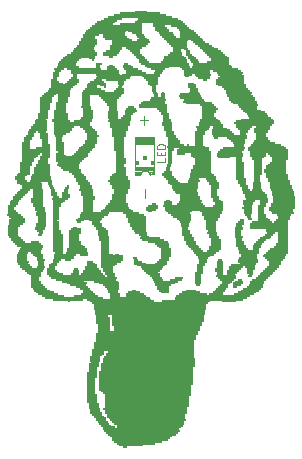
<source format=gbr>
G04 EAGLE Gerber RS-274X export*
G75*
%MOMM*%
%FSLAX34Y34*%
%LPD*%
%INSilkscreen Top*%
%IPPOS*%
%AMOC8*
5,1,8,0,0,1.08239X$1,22.5*%
G01*
%ADD10R,0.457200X0.152400*%
%ADD11R,2.133600X0.152400*%
%ADD12R,3.200400X0.152400*%
%ADD13R,4.114800X0.152400*%
%ADD14R,4.724400X0.152400*%
%ADD15R,5.029200X0.152400*%
%ADD16R,5.334000X0.152400*%
%ADD17R,5.791200X0.152400*%
%ADD18R,6.096000X0.152400*%
%ADD19R,6.400800X0.152400*%
%ADD20R,6.553200X0.152400*%
%ADD21R,1.066800X0.152400*%
%ADD22R,5.486400X0.152400*%
%ADD23R,0.914400X0.152400*%
%ADD24R,5.638800X0.152400*%
%ADD25R,5.943600X0.152400*%
%ADD26R,6.705600X0.152400*%
%ADD27R,7.010400X0.152400*%
%ADD28R,7.162800X0.152400*%
%ADD29R,7.315200X0.152400*%
%ADD30R,0.762000X0.152400*%
%ADD31R,7.467600X0.152400*%
%ADD32R,7.620000X0.152400*%
%ADD33R,7.772400X0.152400*%
%ADD34R,7.924800X0.152400*%
%ADD35R,8.686800X0.152400*%
%ADD36R,8.534400X0.152400*%
%ADD37R,8.382000X0.152400*%
%ADD38R,1.219200X0.152400*%
%ADD39R,9.296400X0.152400*%
%ADD40R,9.601200X0.152400*%
%ADD41R,9.906000X0.152400*%
%ADD42R,0.152400X0.152400*%
%ADD43R,2.590800X0.152400*%
%ADD44R,4.876800X0.152400*%
%ADD45R,3.352800X0.152400*%
%ADD46R,1.981200X0.152400*%
%ADD47R,1.676400X0.152400*%
%ADD48R,6.248400X0.152400*%
%ADD49R,1.524000X0.152400*%
%ADD50R,2.438400X0.152400*%
%ADD51R,1.371600X0.152400*%
%ADD52R,0.304800X0.152400*%
%ADD53R,0.609600X0.152400*%
%ADD54R,5.181600X0.152400*%
%ADD55R,1.828800X0.152400*%
%ADD56R,2.286000X0.152400*%
%ADD57R,2.743200X0.152400*%
%ADD58R,3.657600X0.152400*%
%ADD59R,2.895600X0.152400*%
%ADD60R,3.048000X0.152400*%
%ADD61R,3.505200X0.152400*%
%ADD62R,3.810000X0.152400*%
%ADD63R,4.572000X0.152400*%
%ADD64R,4.419600X0.152400*%
%ADD65R,4.267200X0.152400*%
%ADD66C,0.101600*%
%ADD67R,0.500000X0.125000*%
%ADD68R,0.225000X0.325000*%
%ADD69R,0.125000X0.225000*%
%ADD70R,0.425000X0.125000*%
%ADD71R,0.500000X0.350000*%
%ADD72R,0.600000X0.125000*%
%ADD73R,1.700000X0.300000*%
%ADD74R,1.700000X0.700000*%
%ADD75R,0.325000X0.425000*%
%ADD76R,0.350000X0.350000*%
%ADD77C,0.050800*%


D10*
X36576Y7620D03*
D11*
X41910Y9144D03*
D12*
X45720Y10668D03*
D13*
X47244Y12192D03*
D14*
X48768Y13716D03*
D15*
X50292Y15240D03*
D16*
X50292Y16764D03*
D17*
X51054Y18288D03*
D18*
X51054Y19812D03*
D19*
X51054Y21336D03*
D20*
X50292Y22860D03*
D21*
X22860Y24384D03*
D22*
X57150Y24384D03*
D23*
X20574Y25908D03*
D24*
X57912Y25908D03*
D23*
X19050Y27432D03*
D25*
X56388Y27432D03*
D23*
X17526Y28956D03*
D18*
X55626Y28956D03*
D23*
X16002Y30480D03*
D19*
X55626Y30480D03*
D23*
X16002Y32004D03*
D20*
X54864Y32004D03*
D23*
X14478Y33528D03*
D26*
X54102Y33528D03*
D23*
X12954Y35052D03*
D26*
X54102Y35052D03*
D21*
X12192Y36576D03*
D27*
X54102Y36576D03*
D23*
X11430Y38100D03*
D27*
X54102Y38100D03*
D23*
X11430Y39624D03*
D28*
X53340Y39624D03*
D23*
X9906Y41148D03*
D27*
X54102Y41148D03*
D23*
X9906Y42672D03*
D28*
X54864Y42672D03*
D23*
X9906Y44196D03*
D28*
X54864Y44196D03*
D23*
X8382Y45720D03*
D28*
X54864Y45720D03*
D23*
X8382Y47244D03*
D28*
X54864Y47244D03*
D23*
X8382Y48768D03*
D28*
X54864Y48768D03*
D23*
X8382Y50292D03*
D28*
X54864Y50292D03*
D23*
X8382Y51816D03*
D29*
X55626Y51816D03*
D30*
X7620Y53340D03*
D31*
X54864Y53340D03*
D30*
X7620Y54864D03*
D32*
X54102Y54864D03*
D30*
X7620Y56388D03*
D33*
X53340Y56388D03*
D30*
X7620Y57912D03*
D33*
X53340Y57912D03*
D30*
X7620Y59436D03*
D33*
X53340Y59436D03*
D30*
X7620Y60960D03*
D34*
X54102Y60960D03*
D30*
X7620Y62484D03*
D34*
X54102Y62484D03*
D30*
X7620Y64008D03*
D34*
X54102Y64008D03*
D30*
X7620Y65532D03*
D34*
X54102Y65532D03*
D23*
X8382Y67056D03*
D34*
X54102Y67056D03*
D23*
X8382Y68580D03*
D34*
X54102Y68580D03*
D23*
X8382Y70104D03*
D34*
X54102Y70104D03*
D30*
X9144Y71628D03*
D34*
X54102Y71628D03*
D30*
X9144Y73152D03*
D33*
X54864Y73152D03*
D30*
X9144Y74676D03*
D33*
X54864Y74676D03*
D23*
X9906Y76200D03*
D34*
X55626Y76200D03*
D23*
X9906Y77724D03*
D34*
X55626Y77724D03*
D30*
X10668Y79248D03*
D33*
X56388Y79248D03*
D23*
X11430Y80772D03*
D33*
X56388Y80772D03*
D23*
X11430Y82296D03*
D33*
X56388Y82296D03*
D23*
X11430Y83820D03*
D32*
X57150Y83820D03*
D23*
X12954Y85344D03*
D31*
X57912Y85344D03*
D21*
X13716Y86868D03*
D31*
X57912Y86868D03*
D21*
X13716Y88392D03*
D29*
X58674Y88392D03*
D35*
X51816Y89916D03*
D36*
X52578Y91440D03*
X52578Y92964D03*
X52578Y94488D03*
X52578Y96012D03*
D37*
X53340Y97536D03*
D36*
X54102Y99060D03*
X54102Y100584D03*
X54102Y102108D03*
D35*
X54864Y103632D03*
D36*
X55626Y105156D03*
D21*
X18288Y106680D03*
D29*
X63246Y106680D03*
D21*
X18288Y108204D03*
D29*
X63246Y108204D03*
D21*
X18288Y109728D03*
D29*
X63246Y109728D03*
D21*
X18288Y111252D03*
D32*
X63246Y111252D03*
D38*
X17526Y112776D03*
D32*
X63246Y112776D03*
D38*
X17526Y114300D03*
D33*
X64008Y114300D03*
D38*
X17526Y115824D03*
D33*
X64008Y115824D03*
D38*
X17526Y117348D03*
D33*
X64008Y117348D03*
D21*
X16764Y118872D03*
D33*
X64008Y118872D03*
D39*
X57912Y120396D03*
X57912Y121920D03*
X57912Y123444D03*
D40*
X57912Y124968D03*
X57912Y126492D03*
X57912Y128016D03*
D41*
X57912Y129540D03*
D42*
X-10668Y131064D03*
D22*
X34290Y131064D03*
D13*
X88392Y131064D03*
D38*
X124206Y131064D03*
D43*
X-12192Y132588D03*
D22*
X31242Y132588D03*
D17*
X107442Y132588D03*
D44*
X-6858Y134112D03*
D45*
X40386Y134112D03*
D18*
X108966Y134112D03*
D46*
X-24384Y135636D03*
D11*
X3810Y135636D03*
D23*
X28194Y135636D03*
D47*
X45720Y135636D03*
D48*
X111252Y135636D03*
D47*
X-28956Y137160D03*
D38*
X5334Y137160D03*
D23*
X28194Y137160D03*
D49*
X44958Y137160D03*
D50*
X93726Y137160D03*
D38*
X113538Y137160D03*
D47*
X137160Y137160D03*
D49*
X-31242Y138684D03*
D23*
X5334Y138684D03*
X26670Y138684D03*
D21*
X44196Y138684D03*
D30*
X70104Y138684D03*
D49*
X92202Y138684D03*
D23*
X115062Y138684D03*
D49*
X139446Y138684D03*
D51*
X-33528Y140208D03*
D30*
X4572Y140208D03*
D23*
X26670Y140208D03*
D10*
X44196Y140208D03*
D23*
X69342Y140208D03*
X92202Y140208D03*
X116586Y140208D03*
D49*
X142494Y140208D03*
D38*
X-35814Y141732D03*
D23*
X2286Y141732D03*
D21*
X25908Y141732D03*
X68580Y141732D03*
D23*
X118110Y141732D03*
D49*
X144018Y141732D03*
D38*
X-37338Y143256D03*
D21*
X0Y143256D03*
D38*
X25146Y143256D03*
D21*
X68580Y143256D03*
D23*
X119634Y143256D03*
D10*
X129540Y143256D03*
D51*
X146304Y143256D03*
D21*
X-38100Y144780D03*
D51*
X-3048Y144780D03*
X24384Y144780D03*
X68580Y144780D03*
D52*
X98298Y144780D03*
D30*
X120396Y144780D03*
X131064Y144780D03*
D38*
X147066Y144780D03*
D23*
X-38862Y146304D03*
D47*
X-4572Y146304D03*
X22860Y146304D03*
X70104Y146304D03*
D53*
X98298Y146304D03*
D30*
X121920Y146304D03*
D23*
X131826Y146304D03*
D38*
X148590Y146304D03*
D23*
X-38862Y147828D03*
D46*
X-7620Y147828D03*
D11*
X20574Y147828D03*
X70866Y147828D03*
D53*
X98298Y147828D03*
D23*
X122682Y147828D03*
D30*
X132588Y147828D03*
D38*
X148590Y147828D03*
D30*
X-39624Y149352D03*
D54*
X3810Y149352D03*
D23*
X64770Y149352D03*
D21*
X79248Y149352D03*
D53*
X98298Y149352D03*
D38*
X122682Y149352D03*
D10*
X134112Y149352D03*
D38*
X150114Y149352D03*
D30*
X-39624Y150876D03*
D24*
X1524Y150876D03*
D23*
X63246Y150876D03*
D30*
X82296Y150876D03*
D53*
X98298Y150876D03*
D49*
X122682Y150876D03*
D21*
X152400Y150876D03*
D23*
X-38862Y152400D03*
D14*
X-4572Y152400D03*
D30*
X24384Y152400D03*
D23*
X61722Y152400D03*
D53*
X98298Y152400D03*
D47*
X121920Y152400D03*
D52*
X142494Y152400D03*
D21*
X153924Y152400D03*
X-39624Y153924D03*
D51*
X-22860Y153924D03*
D30*
X-6096Y153924D03*
D55*
X8382Y153924D03*
D23*
X23622Y153924D03*
D21*
X60960Y153924D03*
D53*
X98298Y153924D03*
X116586Y153924D03*
D30*
X126492Y153924D03*
D10*
X143256Y153924D03*
D21*
X155448Y153924D03*
D38*
X-40386Y155448D03*
D21*
X-24384Y155448D03*
D53*
X-5334Y155448D03*
D49*
X8382Y155448D03*
D30*
X22860Y155448D03*
D21*
X59436Y155448D03*
D30*
X99060Y155448D03*
D53*
X116586Y155448D03*
D23*
X127254Y155448D03*
D53*
X142494Y155448D03*
D21*
X156972Y155448D03*
D49*
X-40386Y156972D03*
D23*
X-25146Y156972D03*
D53*
X-5334Y156972D03*
D49*
X8382Y156972D03*
D23*
X22098Y156972D03*
D51*
X59436Y156972D03*
D53*
X99822Y156972D03*
D30*
X115824Y156972D03*
D21*
X128016Y156972D03*
D53*
X142494Y156972D03*
D21*
X158496Y156972D03*
D46*
X-41148Y158496D03*
D30*
X-25908Y158496D03*
D52*
X-5334Y158496D03*
D38*
X8382Y158496D03*
D23*
X22098Y158496D03*
D47*
X59436Y158496D03*
D53*
X99822Y158496D03*
D30*
X115824Y158496D03*
D21*
X129540Y158496D03*
D30*
X143256Y158496D03*
D21*
X160020Y158496D03*
X-47244Y160020D03*
D30*
X-35052Y160020D03*
D53*
X-25146Y160020D03*
D21*
X7620Y160020D03*
X21336Y160020D03*
D46*
X59436Y160020D03*
D53*
X99822Y160020D03*
X116586Y160020D03*
D38*
X130302Y160020D03*
D23*
X142494Y160020D03*
D21*
X161544Y160020D03*
D23*
X-48006Y161544D03*
D53*
X-34290Y161544D03*
D30*
X-24384Y161544D03*
D23*
X8382Y161544D03*
D38*
X22098Y161544D03*
D50*
X58674Y161544D03*
D30*
X100584Y161544D03*
D53*
X116586Y161544D03*
D11*
X136398Y161544D03*
D23*
X162306Y161544D03*
X-49530Y163068D03*
D53*
X-34290Y163068D03*
X-23622Y163068D03*
D30*
X7620Y163068D03*
D51*
X22860Y163068D03*
D21*
X48768Y163068D03*
X67056Y163068D03*
D53*
X101346Y163068D03*
X116586Y163068D03*
D51*
X140208Y163068D03*
D21*
X163068Y163068D03*
X-50292Y164592D03*
D53*
X-34290Y164592D03*
X-22098Y164592D03*
X6858Y164592D03*
D47*
X24384Y164592D03*
D30*
X47244Y164592D03*
D23*
X67818Y164592D03*
D30*
X102108Y164592D03*
D53*
X116586Y164592D03*
D47*
X140208Y164592D03*
D21*
X163068Y164592D03*
D23*
X-51054Y166116D03*
D30*
X-35052Y166116D03*
X-21336Y166116D03*
D53*
X-11430Y166116D03*
D55*
X25146Y166116D03*
D10*
X45720Y166116D03*
D23*
X69342Y166116D03*
D30*
X102108Y166116D03*
D52*
X116586Y166116D03*
D47*
X140208Y166116D03*
D51*
X163068Y166116D03*
D23*
X-51054Y167640D03*
D53*
X-35814Y167640D03*
D47*
X-15240Y167640D03*
D55*
X25146Y167640D03*
D52*
X44958Y167640D03*
D30*
X70104Y167640D03*
D23*
X102870Y167640D03*
D49*
X140970Y167640D03*
D47*
X163068Y167640D03*
D23*
X-51054Y169164D03*
D30*
X-36576Y169164D03*
D47*
X-15240Y169164D03*
D55*
X25146Y169164D03*
D23*
X70866Y169164D03*
D21*
X103632Y169164D03*
D51*
X141732Y169164D03*
D55*
X162306Y169164D03*
D23*
X-51054Y170688D03*
X-37338Y170688D03*
D55*
X-14478Y170688D03*
D30*
X1524Y170688D03*
D21*
X21336Y170688D03*
D52*
X29718Y170688D03*
D23*
X70866Y170688D03*
D49*
X104394Y170688D03*
D51*
X141732Y170688D03*
D55*
X163830Y170688D03*
D23*
X-49530Y172212D03*
X-38862Y172212D03*
D30*
X-19812Y172212D03*
D55*
X-3810Y172212D03*
D30*
X19812Y172212D03*
D23*
X70866Y172212D03*
D55*
X104394Y172212D03*
D47*
X141732Y172212D03*
D55*
X165354Y172212D03*
D46*
X-44196Y173736D03*
D23*
X-20574Y173736D03*
D47*
X-4572Y173736D03*
D30*
X19812Y173736D03*
D23*
X70866Y173736D03*
X98298Y173736D03*
D21*
X111252Y173736D03*
D47*
X141732Y173736D03*
X166116Y173736D03*
D55*
X-43434Y175260D03*
D23*
X-20574Y175260D03*
D47*
X-4572Y175260D03*
D30*
X19812Y175260D03*
D23*
X70866Y175260D03*
X96774Y175260D03*
D21*
X112776Y175260D03*
D23*
X136398Y175260D03*
D53*
X147066Y175260D03*
D49*
X166878Y175260D03*
D46*
X-42672Y176784D03*
D23*
X-20574Y176784D03*
D51*
X-4572Y176784D03*
D30*
X19812Y176784D03*
D23*
X69342Y176784D03*
X95250Y176784D03*
D21*
X112776Y176784D03*
D30*
X135636Y176784D03*
X147828Y176784D03*
D38*
X168402Y176784D03*
D56*
X-44196Y178308D03*
D23*
X-20574Y178308D03*
D38*
X-5334Y178308D03*
D30*
X19812Y178308D03*
D21*
X68580Y178308D03*
D23*
X93726Y178308D03*
X113538Y178308D03*
X134874Y178308D03*
D30*
X147828Y178308D03*
D21*
X169164Y178308D03*
D56*
X-45720Y179832D03*
D23*
X-20574Y179832D03*
D21*
X-6096Y179832D03*
D30*
X19812Y179832D03*
D38*
X67818Y179832D03*
D23*
X92202Y179832D03*
X113538Y179832D03*
D30*
X134112Y179832D03*
X149352Y179832D03*
D21*
X169164Y179832D03*
X-53340Y181356D03*
D30*
X-39624Y181356D03*
D23*
X-20574Y181356D03*
D21*
X-6096Y181356D03*
D30*
X19812Y181356D03*
D47*
X64008Y181356D03*
D23*
X92202Y181356D03*
X113538Y181356D03*
D30*
X134112Y181356D03*
X150876Y181356D03*
D23*
X169926Y181356D03*
D21*
X-54864Y182880D03*
D23*
X-20574Y182880D03*
X-6858Y182880D03*
X19050Y182880D03*
D55*
X60198Y182880D03*
D23*
X90678Y182880D03*
X113538Y182880D03*
D53*
X133350Y182880D03*
D30*
X152400Y182880D03*
D23*
X169926Y182880D03*
X-55626Y184404D03*
X-20574Y184404D03*
X-6858Y184404D03*
X19050Y184404D03*
D47*
X57912Y184404D03*
D23*
X90678Y184404D03*
D30*
X112776Y184404D03*
D53*
X133350Y184404D03*
D23*
X154686Y184404D03*
X169926Y184404D03*
X-57150Y185928D03*
X-20574Y185928D03*
X-6858Y185928D03*
X19050Y185928D03*
D30*
X53340Y185928D03*
X89916Y185928D03*
D23*
X112014Y185928D03*
D30*
X132588Y185928D03*
X156972Y185928D03*
D23*
X169926Y185928D03*
X-58674Y187452D03*
D52*
X-35814Y187452D03*
D23*
X-20574Y187452D03*
X-6858Y187452D03*
X17526Y187452D03*
D30*
X51816Y187452D03*
D23*
X89154Y187452D03*
D30*
X111252Y187452D03*
D53*
X131826Y187452D03*
D30*
X158496Y187452D03*
D23*
X169926Y187452D03*
X-58674Y188976D03*
D10*
X-35052Y188976D03*
D30*
X-21336Y188976D03*
D21*
X-6096Y188976D03*
D23*
X17526Y188976D03*
D21*
X50292Y188976D03*
D30*
X88392Y188976D03*
D23*
X110490Y188976D03*
D53*
X131826Y188976D03*
D30*
X160020Y188976D03*
D23*
X169926Y188976D03*
X-58674Y190500D03*
D53*
X-35814Y190500D03*
D30*
X-21336Y190500D03*
D21*
X-6096Y190500D03*
D23*
X17526Y190500D03*
D21*
X48768Y190500D03*
D30*
X88392Y190500D03*
X109728Y190500D03*
D53*
X131826Y190500D03*
D55*
X165354Y190500D03*
D23*
X-58674Y192024D03*
X-35814Y192024D03*
D53*
X-22098Y192024D03*
D23*
X-5334Y192024D03*
X16002Y192024D03*
D38*
X48006Y192024D03*
D53*
X87630Y192024D03*
D23*
X108966Y192024D03*
D30*
X132588Y192024D03*
D55*
X165354Y192024D03*
D23*
X-58674Y193548D03*
X-35814Y193548D03*
D53*
X-22098Y193548D03*
D10*
X-6096Y193548D03*
D30*
X15240Y193548D03*
D38*
X48006Y193548D03*
D53*
X87630Y193548D03*
D23*
X108966Y193548D03*
D30*
X132588Y193548D03*
D12*
X158496Y193548D03*
D21*
X-57912Y195072D03*
D23*
X-34290Y195072D03*
D53*
X-22098Y195072D03*
D30*
X13716Y195072D03*
D51*
X47244Y195072D03*
D30*
X86868Y195072D03*
D23*
X108966Y195072D03*
D53*
X133350Y195072D03*
D12*
X158496Y195072D03*
D38*
X-55626Y196596D03*
D23*
X-34290Y196596D03*
D53*
X-22098Y196596D03*
D23*
X12954Y196596D03*
D51*
X47244Y196596D03*
D30*
X86868Y196596D03*
D23*
X108966Y196596D03*
D30*
X134112Y196596D03*
D12*
X158496Y196596D03*
D51*
X-54864Y198120D03*
D30*
X-33528Y198120D03*
D53*
X-22098Y198120D03*
D52*
X-2286Y198120D03*
D30*
X12192Y198120D03*
D49*
X46482Y198120D03*
D23*
X87630Y198120D03*
X108966Y198120D03*
D53*
X134874Y198120D03*
D47*
X152400Y198120D03*
D38*
X168402Y198120D03*
D51*
X-54864Y199644D03*
D30*
X-33528Y199644D03*
D10*
X-22860Y199644D03*
D30*
X-1524Y199644D03*
D21*
X10668Y199644D03*
D49*
X46482Y199644D03*
D21*
X86868Y199644D03*
X109728Y199644D03*
D10*
X135636Y199644D03*
D21*
X153924Y199644D03*
X169164Y199644D03*
D38*
X-54102Y201168D03*
D30*
X-33528Y201168D03*
D53*
X-22098Y201168D03*
D11*
X6858Y201168D03*
D49*
X46482Y201168D03*
D38*
X86106Y201168D03*
X108966Y201168D03*
D52*
X142494Y201168D03*
D23*
X153162Y201168D03*
D21*
X170688Y201168D03*
D38*
X-55626Y202692D03*
D30*
X-33528Y202692D03*
D53*
X-22098Y202692D03*
D11*
X8382Y202692D03*
D47*
X45720Y202692D03*
D49*
X84582Y202692D03*
D51*
X109728Y202692D03*
D10*
X141732Y202692D03*
D30*
X152400Y202692D03*
D21*
X170688Y202692D03*
D38*
X-57150Y204216D03*
D23*
X-34290Y204216D03*
D53*
X-22098Y204216D03*
D50*
X9906Y204216D03*
D49*
X44958Y204216D03*
D47*
X83820Y204216D03*
D49*
X108966Y204216D03*
D53*
X140970Y204216D03*
D30*
X152400Y204216D03*
D38*
X171450Y204216D03*
D23*
X-58674Y205740D03*
X-34290Y205740D03*
D53*
X-22098Y205740D03*
D50*
X11430Y205740D03*
D51*
X41148Y205740D03*
D46*
X82296Y205740D03*
D47*
X109728Y205740D03*
D30*
X140208Y205740D03*
D53*
X151638Y205740D03*
D55*
X169926Y205740D03*
D30*
X-59436Y207264D03*
X-35052Y207264D03*
D53*
X-22098Y207264D03*
D23*
X5334Y207264D03*
D57*
X29718Y207264D03*
D10*
X57912Y207264D03*
D56*
X82296Y207264D03*
D55*
X108966Y207264D03*
D30*
X140208Y207264D03*
D53*
X151638Y207264D03*
D46*
X169164Y207264D03*
D53*
X-60198Y208788D03*
D23*
X-35814Y208788D03*
D53*
X-22098Y208788D03*
D23*
X5334Y208788D03*
D50*
X29718Y208788D03*
D23*
X58674Y208788D03*
D15*
X94488Y208788D03*
D30*
X140208Y208788D03*
D53*
X151638Y208788D03*
D11*
X168402Y208788D03*
D53*
X-60198Y210312D03*
D23*
X-35814Y210312D03*
D53*
X-22098Y210312D03*
D23*
X5334Y210312D03*
D11*
X29718Y210312D03*
D21*
X59436Y210312D03*
D15*
X94488Y210312D03*
D23*
X139446Y210312D03*
D53*
X151638Y210312D03*
D56*
X169164Y210312D03*
D30*
X-59436Y211836D03*
D23*
X-37338Y211836D03*
D30*
X-21336Y211836D03*
D23*
X5334Y211836D03*
D55*
X29718Y211836D03*
D23*
X60198Y211836D03*
D58*
X86106Y211836D03*
D23*
X115062Y211836D03*
D30*
X140208Y211836D03*
X152400Y211836D03*
D11*
X169926Y211836D03*
D30*
X-57912Y213360D03*
D23*
X-37338Y213360D03*
D30*
X-21336Y213360D03*
D23*
X5334Y213360D03*
D47*
X30480Y213360D03*
D10*
X60960Y213360D03*
D30*
X73152Y213360D03*
D56*
X91440Y213360D03*
D30*
X115824Y213360D03*
D23*
X140970Y213360D03*
D53*
X153162Y213360D03*
D11*
X169926Y213360D03*
D30*
X-57912Y214884D03*
D21*
X-38100Y214884D03*
D23*
X-20574Y214884D03*
X5334Y214884D03*
D51*
X30480Y214884D03*
D30*
X73152Y214884D03*
D46*
X91440Y214884D03*
D30*
X115824Y214884D03*
D23*
X140970Y214884D03*
D30*
X153924Y214884D03*
D46*
X170688Y214884D03*
D30*
X-56388Y216408D03*
D21*
X-38100Y216408D03*
X-19812Y216408D03*
D23*
X5334Y216408D03*
D51*
X30480Y216408D03*
D10*
X73152Y216408D03*
D55*
X92202Y216408D03*
D30*
X114300Y216408D03*
D21*
X141732Y216408D03*
D30*
X153924Y216408D03*
D46*
X170688Y216408D03*
D30*
X-54864Y217932D03*
D21*
X-38100Y217932D03*
D51*
X-18288Y217932D03*
D21*
X6096Y217932D03*
D38*
X31242Y217932D03*
D47*
X91440Y217932D03*
D53*
X113538Y217932D03*
D46*
X147828Y217932D03*
X170688Y217932D03*
D23*
X-54102Y219456D03*
X-37338Y219456D03*
D53*
X-22098Y219456D03*
D30*
X-13716Y219456D03*
D21*
X6096Y219456D03*
D38*
X31242Y219456D03*
D47*
X91440Y219456D03*
D30*
X112776Y219456D03*
D55*
X147066Y219456D03*
D46*
X170688Y219456D03*
D23*
X-52578Y220980D03*
X-37338Y220980D03*
D53*
X-23622Y220980D03*
D30*
X-13716Y220980D03*
D21*
X4572Y220980D03*
D38*
X31242Y220980D03*
D49*
X90678Y220980D03*
D53*
X112014Y220980D03*
D55*
X147066Y220980D03*
X169926Y220980D03*
D23*
X-51054Y222504D03*
X-37338Y222504D03*
D53*
X-23622Y222504D03*
X-14478Y222504D03*
D21*
X4572Y222504D03*
D38*
X32766Y222504D03*
D55*
X89154Y222504D03*
D53*
X112014Y222504D03*
D55*
X145542Y222504D03*
X169926Y222504D03*
D23*
X-49530Y224028D03*
X-37338Y224028D03*
D10*
X-24384Y224028D03*
X-13716Y224028D03*
D21*
X4572Y224028D03*
D38*
X32766Y224028D03*
D46*
X88392Y224028D03*
D53*
X112014Y224028D03*
D47*
X144780Y224028D03*
D55*
X169926Y224028D03*
D23*
X-48006Y225552D03*
X-37338Y225552D03*
D10*
X-24384Y225552D03*
X-13716Y225552D03*
D38*
X3810Y225552D03*
X32766Y225552D03*
D11*
X87630Y225552D03*
D53*
X112014Y225552D03*
D30*
X138684Y225552D03*
D23*
X148590Y225552D03*
D46*
X169164Y225552D03*
D47*
X-42672Y227076D03*
D52*
X-25146Y227076D03*
X-12954Y227076D03*
D21*
X3048Y227076D03*
D49*
X32766Y227076D03*
D56*
X86868Y227076D03*
D30*
X112776Y227076D03*
D53*
X137922Y227076D03*
D30*
X147828Y227076D03*
D55*
X168402Y227076D03*
D47*
X-42672Y228600D03*
D10*
X-25908Y228600D03*
D42*
X-12192Y228600D03*
D21*
X3048Y228600D03*
D49*
X32766Y228600D03*
D56*
X86868Y228600D03*
D30*
X112776Y228600D03*
X137160Y228600D03*
X147828Y228600D03*
D55*
X168402Y228600D03*
X-43434Y230124D03*
D52*
X-26670Y230124D03*
D21*
X1524Y230124D03*
D47*
X32004Y230124D03*
D50*
X86106Y230124D03*
D23*
X112014Y230124D03*
D53*
X136398Y230124D03*
D30*
X147828Y230124D03*
D47*
X167640Y230124D03*
D11*
X-44958Y231648D03*
D52*
X-26670Y231648D03*
D21*
X1524Y231648D03*
D47*
X32004Y231648D03*
D21*
X77724Y231648D03*
D23*
X93726Y231648D03*
X112014Y231648D03*
D30*
X135636Y231648D03*
X147828Y231648D03*
D47*
X167640Y231648D03*
D23*
X-51054Y233172D03*
D46*
X-35052Y233172D03*
D21*
X0Y233172D03*
D55*
X31242Y233172D03*
D23*
X76962Y233172D03*
D21*
X94488Y233172D03*
D23*
X110490Y233172D03*
D30*
X135636Y233172D03*
D53*
X148590Y233172D03*
D55*
X166878Y233172D03*
D23*
X-52578Y234696D03*
D47*
X-35052Y234696D03*
D23*
X-762Y234696D03*
D49*
X31242Y234696D03*
D23*
X75438Y234696D03*
X95250Y234696D03*
X108966Y234696D03*
X134874Y234696D03*
D53*
X148590Y234696D03*
D47*
X166116Y234696D03*
D23*
X-52578Y236220D03*
D47*
X-35052Y236220D03*
D21*
X-1524Y236220D03*
D49*
X31242Y236220D03*
D23*
X73914Y236220D03*
D56*
X102108Y236220D03*
D30*
X134112Y236220D03*
D53*
X148590Y236220D03*
D55*
X165354Y236220D03*
D23*
X-51054Y237744D03*
D49*
X-34290Y237744D03*
D23*
X-2286Y237744D03*
D38*
X31242Y237744D03*
D23*
X72390Y237744D03*
D11*
X101346Y237744D03*
D30*
X134112Y237744D03*
D53*
X148590Y237744D03*
D55*
X165354Y237744D03*
D21*
X-48768Y239268D03*
D51*
X-33528Y239268D03*
D23*
X-3810Y239268D03*
D21*
X32004Y239268D03*
D23*
X72390Y239268D03*
D46*
X100584Y239268D03*
D30*
X134112Y239268D03*
X149352Y239268D03*
D47*
X164592Y239268D03*
D23*
X-48006Y240792D03*
D51*
X-33528Y240792D03*
D21*
X-6096Y240792D03*
D23*
X32766Y240792D03*
D30*
X73152Y240792D03*
D47*
X100584Y240792D03*
D30*
X134112Y240792D03*
X149352Y240792D03*
D55*
X163830Y240792D03*
D23*
X-48006Y242316D03*
D51*
X-33528Y242316D03*
D49*
X-8382Y242316D03*
D23*
X32766Y242316D03*
D10*
X73152Y242316D03*
D47*
X100584Y242316D03*
D30*
X134112Y242316D03*
X149352Y242316D03*
D55*
X163830Y242316D03*
D23*
X-48006Y243840D03*
D51*
X-33528Y243840D03*
D49*
X-9906Y243840D03*
D23*
X32766Y243840D03*
D10*
X73152Y243840D03*
D49*
X101346Y243840D03*
D30*
X134112Y243840D03*
X149352Y243840D03*
D47*
X164592Y243840D03*
D23*
X-48006Y245364D03*
D38*
X-32766Y245364D03*
D47*
X-10668Y245364D03*
D30*
X32004Y245364D03*
D52*
X73914Y245364D03*
D49*
X101346Y245364D03*
D30*
X134112Y245364D03*
X149352Y245364D03*
D47*
X164592Y245364D03*
D21*
X-47244Y246888D03*
D38*
X-32766Y246888D03*
D55*
X-11430Y246888D03*
D30*
X32004Y246888D03*
D52*
X73914Y246888D03*
D51*
X102108Y246888D03*
D30*
X134112Y246888D03*
X149352Y246888D03*
D49*
X165354Y246888D03*
D21*
X-47244Y248412D03*
D23*
X-32766Y248412D03*
D46*
X-10668Y248412D03*
D23*
X32766Y248412D03*
D10*
X74676Y248412D03*
D51*
X102108Y248412D03*
D30*
X134112Y248412D03*
X149352Y248412D03*
D51*
X166116Y248412D03*
D21*
X-45720Y249936D03*
D23*
X-32766Y249936D03*
D56*
X-10668Y249936D03*
D23*
X32766Y249936D03*
D10*
X74676Y249936D03*
D51*
X102108Y249936D03*
D53*
X133350Y249936D03*
D30*
X149352Y249936D03*
D38*
X166878Y249936D03*
D21*
X-45720Y251460D03*
D30*
X-32004Y251460D03*
D50*
X-9906Y251460D03*
D23*
X32766Y251460D03*
D10*
X74676Y251460D03*
D51*
X102108Y251460D03*
D53*
X133350Y251460D03*
D23*
X148590Y251460D03*
D51*
X167640Y251460D03*
D38*
X-44958Y252984D03*
D23*
X-31242Y252984D03*
D43*
X-9144Y252984D03*
D30*
X32004Y252984D03*
D10*
X74676Y252984D03*
D49*
X101346Y252984D03*
D21*
X120396Y252984D03*
D53*
X133350Y252984D03*
D21*
X149352Y252984D03*
D51*
X167640Y252984D03*
X-44196Y254508D03*
D30*
X-30480Y254508D03*
D23*
X-17526Y254508D03*
D51*
X-1524Y254508D03*
D30*
X32004Y254508D03*
D10*
X74676Y254508D03*
D47*
X100584Y254508D03*
D56*
X124968Y254508D03*
D51*
X149352Y254508D03*
D49*
X166878Y254508D03*
X-43434Y256032D03*
D30*
X-30480Y256032D03*
X-18288Y256032D03*
D38*
X-762Y256032D03*
D30*
X32004Y256032D03*
D10*
X74676Y256032D03*
D30*
X83820Y256032D03*
D47*
X100584Y256032D03*
D56*
X124968Y256032D03*
D51*
X149352Y256032D03*
D47*
X166116Y256032D03*
D50*
X-38862Y257556D03*
D53*
X-17526Y257556D03*
D38*
X762Y257556D03*
D30*
X32004Y257556D03*
D10*
X74676Y257556D03*
D59*
X94488Y257556D03*
D11*
X125730Y257556D03*
D12*
X158496Y257556D03*
D50*
X-38862Y259080D03*
D30*
X-18288Y259080D03*
D38*
X2286Y259080D03*
D23*
X31242Y259080D03*
D53*
X75438Y259080D03*
D57*
X93726Y259080D03*
D11*
X127254Y259080D03*
D45*
X157734Y259080D03*
D30*
X-47244Y260604D03*
D38*
X-32766Y260604D03*
D30*
X-18288Y260604D03*
D38*
X3810Y260604D03*
D23*
X31242Y260604D03*
D53*
X75438Y260604D03*
D43*
X94488Y260604D03*
D55*
X128778Y260604D03*
D12*
X156972Y260604D03*
D30*
X-47244Y262128D03*
X-30480Y262128D03*
X-18288Y262128D03*
D38*
X5334Y262128D03*
D23*
X31242Y262128D03*
D12*
X88392Y262128D03*
D23*
X133350Y262128D03*
D59*
X156972Y262128D03*
D30*
X-47244Y263652D03*
X-30480Y263652D03*
X-18288Y263652D03*
D21*
X6096Y263652D03*
D23*
X31242Y263652D03*
D51*
X79248Y263652D03*
D42*
X89916Y263652D03*
D30*
X99060Y263652D03*
D23*
X133350Y263652D03*
D43*
X155448Y263652D03*
D30*
X-47244Y265176D03*
D53*
X-31242Y265176D03*
D30*
X-18288Y265176D03*
D21*
X7620Y265176D03*
D23*
X31242Y265176D03*
D21*
X77724Y265176D03*
D30*
X99060Y265176D03*
D21*
X132588Y265176D03*
D46*
X153924Y265176D03*
D53*
X-46482Y266700D03*
X-31242Y266700D03*
X-19050Y266700D03*
D21*
X7620Y266700D03*
D23*
X31242Y266700D03*
D21*
X77724Y266700D03*
D30*
X99060Y266700D03*
D38*
X131826Y266700D03*
D51*
X152400Y266700D03*
D30*
X-45720Y268224D03*
D53*
X-31242Y268224D03*
X-19050Y268224D03*
D23*
X8382Y268224D03*
X31242Y268224D03*
X76962Y268224D03*
D30*
X99060Y268224D03*
D51*
X131064Y268224D03*
D21*
X152400Y268224D03*
D30*
X-45720Y269748D03*
X-32004Y269748D03*
D53*
X-19050Y269748D03*
D23*
X8382Y269748D03*
X31242Y269748D03*
D30*
X76200Y269748D03*
X99060Y269748D03*
D52*
X113538Y269748D03*
D47*
X131064Y269748D03*
D21*
X152400Y269748D03*
D30*
X-44196Y271272D03*
X-32004Y271272D03*
X-19812Y271272D03*
D21*
X9144Y271272D03*
D38*
X31242Y271272D03*
D23*
X75438Y271272D03*
D30*
X99060Y271272D03*
D59*
X124968Y271272D03*
D23*
X151638Y271272D03*
D53*
X-43434Y272796D03*
D30*
X-32004Y272796D03*
D21*
X-18288Y272796D03*
D23*
X8382Y272796D03*
D38*
X31242Y272796D03*
D30*
X74676Y272796D03*
D23*
X99822Y272796D03*
D55*
X119634Y272796D03*
D53*
X136398Y272796D03*
D23*
X151638Y272796D03*
D30*
X-42672Y274320D03*
X-33528Y274320D03*
D51*
X-16764Y274320D03*
D21*
X7620Y274320D03*
D38*
X31242Y274320D03*
D30*
X74676Y274320D03*
D23*
X99822Y274320D03*
D47*
X118872Y274320D03*
D30*
X137160Y274320D03*
D38*
X151638Y274320D03*
D49*
X-37338Y275844D03*
X-16002Y275844D03*
D23*
X6858Y275844D03*
D51*
X32004Y275844D03*
D30*
X73152Y275844D03*
D23*
X101346Y275844D03*
D49*
X118110Y275844D03*
D30*
X137160Y275844D03*
D38*
X151638Y275844D03*
D51*
X-36576Y277368D03*
D49*
X-16002Y277368D03*
D23*
X5334Y277368D03*
D51*
X32004Y277368D03*
D30*
X73152Y277368D03*
D21*
X102108Y277368D03*
D38*
X116586Y277368D03*
D21*
X137160Y277368D03*
D51*
X152400Y277368D03*
X-36576Y278892D03*
D47*
X-15240Y278892D03*
D21*
X3048Y278892D03*
D49*
X31242Y278892D03*
D30*
X73152Y278892D03*
D38*
X102870Y278892D03*
D23*
X115062Y278892D03*
D51*
X137160Y278892D03*
D38*
X153162Y278892D03*
X-35814Y280416D03*
D60*
X-8382Y280416D03*
D47*
X32004Y280416D03*
D23*
X72390Y280416D03*
D11*
X108966Y280416D03*
D60*
X145542Y280416D03*
D21*
X-35052Y281940D03*
D60*
X-8382Y281940D03*
D47*
X32004Y281940D03*
D23*
X72390Y281940D03*
D46*
X108204Y281940D03*
D45*
X145542Y281940D03*
D21*
X-35052Y283464D03*
D49*
X-17526Y283464D03*
X762Y283464D03*
D55*
X31242Y283464D03*
D30*
X71628Y283464D03*
D47*
X108204Y283464D03*
D12*
X146304Y283464D03*
D23*
X-34290Y284988D03*
D51*
X-18288Y284988D03*
D21*
X3048Y284988D03*
D46*
X32004Y284988D03*
D30*
X71628Y284988D03*
D49*
X107442Y284988D03*
D57*
X148590Y284988D03*
D23*
X-32766Y286512D03*
D38*
X-17526Y286512D03*
D21*
X4572Y286512D03*
D23*
X26670Y286512D03*
X37338Y286512D03*
D53*
X70866Y286512D03*
D38*
X107442Y286512D03*
D46*
X150876Y286512D03*
D23*
X-32766Y288036D03*
D38*
X-17526Y288036D03*
D23*
X5334Y288036D03*
X26670Y288036D03*
D30*
X38100Y288036D03*
D53*
X70866Y288036D03*
D21*
X106680Y288036D03*
D47*
X149352Y288036D03*
D23*
X-32766Y289560D03*
D38*
X-17526Y289560D03*
D23*
X5334Y289560D03*
X26670Y289560D03*
D30*
X39624Y289560D03*
X70104Y289560D03*
D21*
X106680Y289560D03*
D47*
X147828Y289560D03*
D30*
X-32004Y291084D03*
D21*
X-18288Y291084D03*
D23*
X5334Y291084D03*
X26670Y291084D03*
X40386Y291084D03*
D53*
X69342Y291084D03*
D38*
X107442Y291084D03*
D47*
X146304Y291084D03*
D30*
X-32004Y292608D03*
D21*
X-18288Y292608D03*
D23*
X5334Y292608D03*
D30*
X25908Y292608D03*
D21*
X41148Y292608D03*
D30*
X68580Y292608D03*
D38*
X107442Y292608D03*
D49*
X144018Y292608D03*
D23*
X-31242Y294132D03*
X-17526Y294132D03*
D30*
X4572Y294132D03*
X25908Y294132D03*
D23*
X41910Y294132D03*
X67818Y294132D03*
D51*
X108204Y294132D03*
X141732Y294132D03*
D23*
X-31242Y295656D03*
X-17526Y295656D03*
X3810Y295656D03*
D30*
X25908Y295656D03*
D53*
X41910Y295656D03*
D50*
X60198Y295656D03*
D38*
X107442Y295656D03*
D49*
X140970Y295656D03*
D23*
X-31242Y297180D03*
X-17526Y297180D03*
D30*
X3048Y297180D03*
D23*
X25146Y297180D03*
D50*
X60198Y297180D03*
D38*
X105918Y297180D03*
D47*
X140208Y297180D03*
D23*
X-31242Y298704D03*
X-17526Y298704D03*
D30*
X3048Y298704D03*
D23*
X25146Y298704D03*
D11*
X60198Y298704D03*
D56*
X99060Y298704D03*
D11*
X137922Y298704D03*
D21*
X-30480Y300228D03*
D23*
X-16002Y300228D03*
D30*
X3048Y300228D03*
D21*
X24384Y300228D03*
D46*
X60960Y300228D03*
D55*
X95250Y300228D03*
D56*
X137160Y300228D03*
D21*
X-30480Y301752D03*
D23*
X-16002Y301752D03*
D30*
X3048Y301752D03*
D38*
X23622Y301752D03*
D51*
X64008Y301752D03*
D47*
X94488Y301752D03*
D56*
X135636Y301752D03*
D21*
X-30480Y303276D03*
D23*
X-16002Y303276D03*
D30*
X3048Y303276D03*
D49*
X23622Y303276D03*
D38*
X64770Y303276D03*
D55*
X92202Y303276D03*
D56*
X135636Y303276D03*
D21*
X-28956Y304800D03*
X-15240Y304800D03*
D30*
X3048Y304800D03*
D55*
X23622Y304800D03*
D10*
X62484Y304800D03*
X68580Y304800D03*
D46*
X91440Y304800D03*
D56*
X134112Y304800D03*
D21*
X-27432Y306324D03*
X-15240Y306324D03*
D61*
X16764Y306324D03*
D10*
X62484Y306324D03*
X68580Y306324D03*
D47*
X91440Y306324D03*
D11*
X133350Y306324D03*
X-20574Y307848D03*
D58*
X17526Y307848D03*
D52*
X61722Y307848D03*
D42*
X68580Y307848D03*
D23*
X95250Y307848D03*
D56*
X132588Y307848D03*
D46*
X-19812Y309372D03*
D55*
X9906Y309372D03*
D23*
X31242Y309372D03*
D10*
X60960Y309372D03*
D30*
X94488Y309372D03*
D11*
X131826Y309372D03*
D46*
X-18288Y310896D03*
D51*
X9144Y310896D03*
D30*
X32004Y310896D03*
D10*
X60960Y310896D03*
D30*
X94488Y310896D03*
D11*
X130302Y310896D03*
D46*
X-16764Y312420D03*
D23*
X8382Y312420D03*
D42*
X19812Y312420D03*
D10*
X32004Y312420D03*
X60960Y312420D03*
D30*
X92964Y312420D03*
D11*
X128778Y312420D03*
X-16002Y313944D03*
D23*
X8382Y313944D03*
D53*
X17526Y313944D03*
D52*
X32766Y313944D03*
D53*
X60198Y313944D03*
D30*
X92964Y313944D03*
D50*
X127254Y313944D03*
D21*
X-21336Y315468D03*
X-9144Y315468D03*
D49*
X12954Y315468D03*
D53*
X32766Y315468D03*
D23*
X60198Y315468D03*
D53*
X92202Y315468D03*
D50*
X125730Y315468D03*
D30*
X-22860Y316992D03*
D21*
X-7620Y316992D03*
D38*
X12954Y316992D03*
D53*
X32766Y316992D03*
D23*
X60198Y316992D03*
D50*
X125730Y316992D03*
D53*
X-23622Y318516D03*
D23*
X-6858Y318516D03*
D30*
X13716Y318516D03*
D47*
X28956Y318516D03*
D21*
X59436Y318516D03*
D52*
X104394Y318516D03*
D50*
X125730Y318516D03*
D10*
X-22860Y320040D03*
D53*
X-6858Y320040D03*
D59*
X25908Y320040D03*
D38*
X58674Y320040D03*
D21*
X103632Y320040D03*
D56*
X126492Y320040D03*
D53*
X-22098Y321564D03*
D10*
X-6096Y321564D03*
D59*
X27432Y321564D03*
D49*
X58674Y321564D03*
D52*
X89154Y321564D03*
D38*
X102870Y321564D03*
D11*
X127254Y321564D03*
D53*
X-22098Y323088D03*
D10*
X-6096Y323088D03*
D11*
X22098Y323088D03*
D12*
X50292Y323088D03*
D30*
X89916Y323088D03*
D51*
X102108Y323088D03*
D11*
X125730Y323088D03*
D53*
X-22098Y324612D03*
D13*
X10668Y324612D03*
D47*
X45720Y324612D03*
D30*
X64008Y324612D03*
D56*
X97536Y324612D03*
X124968Y324612D03*
D53*
X-20574Y326136D03*
D13*
X10668Y326136D03*
D51*
X44196Y326136D03*
D30*
X65532Y326136D03*
D56*
X97536Y326136D03*
D50*
X122682Y326136D03*
D23*
X-19050Y327660D03*
D59*
X1524Y327660D03*
D23*
X25146Y327660D03*
D38*
X41910Y327660D03*
X64770Y327660D03*
D14*
X108204Y327660D03*
D46*
X-12192Y329184D03*
D10*
X13716Y329184D03*
D30*
X24384Y329184D03*
D23*
X38862Y329184D03*
D55*
X64770Y329184D03*
D23*
X87630Y329184D03*
D45*
X110490Y329184D03*
D49*
X-12954Y330708D03*
D10*
X13716Y330708D03*
X24384Y330708D03*
D30*
X38100Y330708D03*
D62*
X71628Y330708D03*
D12*
X109728Y330708D03*
D49*
X-12954Y332232D03*
D53*
X14478Y332232D03*
D52*
X37338Y332232D03*
D13*
X70104Y332232D03*
D60*
X108966Y332232D03*
D49*
X-11430Y333756D03*
D23*
X52578Y333756D03*
D56*
X77724Y333756D03*
D30*
X96012Y333756D03*
D55*
X115062Y333756D03*
D49*
X-9906Y335280D03*
D42*
X9144Y335280D03*
D30*
X51816Y335280D03*
D11*
X78486Y335280D03*
D30*
X94488Y335280D03*
D49*
X116586Y335280D03*
X-8382Y336804D03*
D53*
X8382Y336804D03*
D30*
X50292Y336804D03*
D55*
X78486Y336804D03*
D30*
X92964Y336804D03*
D49*
X116586Y336804D03*
D43*
X-1524Y338328D03*
D10*
X24384Y338328D03*
D30*
X48768Y338328D03*
D47*
X77724Y338328D03*
D53*
X92202Y338328D03*
D49*
X115062Y338328D03*
D43*
X0Y339852D03*
D38*
X23622Y339852D03*
D30*
X47244Y339852D03*
D38*
X78486Y339852D03*
D53*
X90678Y339852D03*
D49*
X113538Y339852D03*
D56*
X1524Y341376D03*
D51*
X24384Y341376D03*
D30*
X45720Y341376D03*
D21*
X79248Y341376D03*
D10*
X89916Y341376D03*
D49*
X112014Y341376D03*
D46*
X1524Y342900D03*
D38*
X26670Y342900D03*
D23*
X44958Y342900D03*
D30*
X80772Y342900D03*
D10*
X89916Y342900D03*
D49*
X110490Y342900D03*
D47*
X1524Y344424D03*
D21*
X28956Y344424D03*
X44196Y344424D03*
D30*
X80772Y344424D03*
D10*
X88392Y344424D03*
D51*
X108204Y344424D03*
D49*
X2286Y345948D03*
D21*
X28956Y345948D03*
D51*
X44196Y345948D03*
D38*
X83058Y345948D03*
X105918Y345948D03*
D49*
X3810Y347472D03*
D60*
X38862Y347472D03*
D51*
X82296Y347472D03*
D38*
X104394Y347472D03*
D49*
X5334Y348996D03*
D60*
X40386Y348996D03*
D49*
X81534Y348996D03*
D38*
X101346Y348996D03*
D49*
X5334Y350520D03*
D12*
X41148Y350520D03*
D47*
X80772Y350520D03*
D21*
X99060Y350520D03*
D51*
X6096Y352044D03*
D47*
X33528Y352044D03*
D21*
X51816Y352044D03*
D46*
X80772Y352044D03*
D21*
X97536Y352044D03*
D38*
X5334Y353568D03*
D11*
X29718Y353568D03*
D30*
X51816Y353568D03*
D12*
X85344Y353568D03*
D21*
X6096Y355092D03*
D11*
X28194Y355092D03*
D30*
X50292Y355092D03*
D38*
X73914Y355092D03*
D47*
X91440Y355092D03*
D51*
X7620Y356616D03*
D46*
X27432Y356616D03*
D30*
X48768Y356616D03*
D38*
X72390Y356616D03*
D49*
X90678Y356616D03*
D61*
X19812Y358140D03*
D23*
X46482Y358140D03*
D38*
X70866Y358140D03*
D51*
X89916Y358140D03*
D45*
X20574Y359664D03*
D38*
X44958Y359664D03*
D21*
X68580Y359664D03*
D38*
X89154Y359664D03*
D63*
X28194Y361188D03*
D38*
X67818Y361188D03*
D21*
X86868Y361188D03*
D64*
X28956Y362712D03*
D21*
X67056Y362712D03*
X85344Y362712D03*
D65*
X29718Y364236D03*
D21*
X65532Y364236D03*
D51*
X82296Y364236D03*
D49*
X19050Y365760D03*
D55*
X41910Y365760D03*
D57*
X73914Y365760D03*
D49*
X20574Y367284D03*
D13*
X65532Y367284D03*
D51*
X22860Y368808D03*
D62*
X65532Y368808D03*
D49*
X26670Y370332D03*
D61*
X64008Y370332D03*
D22*
X49530Y371856D03*
D64*
X48768Y373380D03*
D45*
X49530Y374904D03*
D21*
X50292Y376428D03*
D66*
X48768Y284254D02*
X56219Y284254D01*
X52493Y280529D02*
X52493Y287980D01*
X53566Y226399D02*
X53566Y218948D01*
X57340Y238000D02*
X57330Y238125D01*
X57316Y238250D01*
X57298Y238375D01*
X57276Y238499D01*
X57250Y238622D01*
X57221Y238744D01*
X57187Y238865D01*
X57150Y238986D01*
X57109Y239104D01*
X57065Y239222D01*
X57016Y239338D01*
X56965Y239453D01*
X56909Y239566D01*
X56850Y239677D01*
X56788Y239786D01*
X56722Y239893D01*
X56653Y239998D01*
X56580Y240101D01*
X56505Y240202D01*
X56426Y240300D01*
X56344Y240395D01*
X56259Y240488D01*
X56172Y240578D01*
X56081Y240666D01*
X55988Y240750D01*
X55893Y240832D01*
X55794Y240911D01*
X55694Y240986D01*
X55591Y241058D01*
X55486Y241127D01*
X55378Y241193D01*
X55269Y241255D01*
X55158Y241314D01*
X55045Y241369D01*
X54930Y241421D01*
X54814Y241469D01*
X54696Y241514D01*
X54577Y241554D01*
X54457Y241591D01*
X54336Y241624D01*
X54213Y241654D01*
X54090Y241679D01*
X53966Y241701D01*
X53842Y241718D01*
X53717Y241732D01*
X53591Y241742D01*
X53466Y241748D01*
X53340Y241750D01*
X53214Y241748D01*
X53089Y241742D01*
X52963Y241732D01*
X52838Y241718D01*
X52714Y241701D01*
X52590Y241679D01*
X52467Y241654D01*
X52344Y241624D01*
X52223Y241591D01*
X52103Y241554D01*
X51984Y241514D01*
X51866Y241469D01*
X51750Y241421D01*
X51635Y241369D01*
X51522Y241314D01*
X51411Y241255D01*
X51302Y241193D01*
X51194Y241127D01*
X51089Y241058D01*
X50986Y240986D01*
X50886Y240911D01*
X50787Y240832D01*
X50692Y240750D01*
X50599Y240666D01*
X50508Y240578D01*
X50421Y240488D01*
X50336Y240395D01*
X50254Y240300D01*
X50175Y240202D01*
X50100Y240101D01*
X50027Y239998D01*
X49958Y239893D01*
X49892Y239786D01*
X49830Y239677D01*
X49771Y239566D01*
X49715Y239453D01*
X49664Y239338D01*
X49615Y239222D01*
X49571Y239104D01*
X49530Y238986D01*
X49493Y238865D01*
X49459Y238744D01*
X49430Y238622D01*
X49404Y238499D01*
X49382Y238375D01*
X49364Y238250D01*
X49350Y238125D01*
X49340Y238000D01*
X61340Y244500D02*
X61340Y263500D01*
X45340Y263500D02*
X45340Y244500D01*
X57840Y239750D02*
X57842Y239813D01*
X57848Y239875D01*
X57858Y239937D01*
X57871Y239999D01*
X57889Y240059D01*
X57910Y240118D01*
X57935Y240176D01*
X57964Y240232D01*
X57996Y240286D01*
X58031Y240338D01*
X58069Y240387D01*
X58111Y240435D01*
X58155Y240479D01*
X58203Y240521D01*
X58252Y240559D01*
X58304Y240594D01*
X58358Y240626D01*
X58414Y240655D01*
X58472Y240680D01*
X58531Y240701D01*
X58591Y240719D01*
X58653Y240732D01*
X58715Y240742D01*
X58777Y240748D01*
X58840Y240750D01*
X58903Y240748D01*
X58965Y240742D01*
X59027Y240732D01*
X59089Y240719D01*
X59149Y240701D01*
X59208Y240680D01*
X59266Y240655D01*
X59322Y240626D01*
X59376Y240594D01*
X59428Y240559D01*
X59477Y240521D01*
X59525Y240479D01*
X59569Y240435D01*
X59611Y240387D01*
X59649Y240338D01*
X59684Y240286D01*
X59716Y240232D01*
X59745Y240176D01*
X59770Y240118D01*
X59791Y240059D01*
X59809Y239999D01*
X59822Y239937D01*
X59832Y239875D01*
X59838Y239813D01*
X59840Y239750D01*
X59838Y239687D01*
X59832Y239625D01*
X59822Y239563D01*
X59809Y239501D01*
X59791Y239441D01*
X59770Y239382D01*
X59745Y239324D01*
X59716Y239268D01*
X59684Y239214D01*
X59649Y239162D01*
X59611Y239113D01*
X59569Y239065D01*
X59525Y239021D01*
X59477Y238979D01*
X59428Y238941D01*
X59376Y238906D01*
X59322Y238874D01*
X59266Y238845D01*
X59208Y238820D01*
X59149Y238799D01*
X59089Y238781D01*
X59027Y238768D01*
X58965Y238758D01*
X58903Y238752D01*
X58840Y238750D01*
X58777Y238752D01*
X58715Y238758D01*
X58653Y238768D01*
X58591Y238781D01*
X58531Y238799D01*
X58472Y238820D01*
X58414Y238845D01*
X58358Y238874D01*
X58304Y238906D01*
X58252Y238941D01*
X58203Y238979D01*
X58155Y239021D01*
X58111Y239065D01*
X58069Y239113D01*
X58031Y239162D01*
X57996Y239214D01*
X57964Y239268D01*
X57935Y239324D01*
X57910Y239382D01*
X57889Y239441D01*
X57871Y239501D01*
X57858Y239563D01*
X57848Y239625D01*
X57842Y239687D01*
X57840Y239750D01*
D67*
X59340Y238125D03*
D68*
X60715Y240125D03*
D69*
X57215Y240625D03*
D70*
X57715Y241125D03*
D71*
X47340Y239250D03*
D72*
X47840Y241125D03*
D73*
X53340Y243000D03*
D74*
X53340Y267000D03*
D75*
X60215Y248375D03*
X46465Y248375D03*
D76*
X53340Y252250D03*
D77*
X63754Y249154D02*
X70358Y249154D01*
X70358Y252090D01*
X70358Y254702D02*
X70358Y257637D01*
X70358Y254702D02*
X63754Y254702D01*
X63754Y257637D01*
X66689Y256903D02*
X66689Y254702D01*
X63754Y260237D02*
X70358Y260237D01*
X63754Y260237D02*
X63754Y262072D01*
X63756Y262157D01*
X63762Y262241D01*
X63772Y262325D01*
X63785Y262409D01*
X63803Y262492D01*
X63824Y262574D01*
X63849Y262655D01*
X63878Y262735D01*
X63910Y262813D01*
X63946Y262889D01*
X63986Y262964D01*
X64029Y263037D01*
X64075Y263108D01*
X64124Y263177D01*
X64177Y263244D01*
X64233Y263308D01*
X64291Y263369D01*
X64352Y263427D01*
X64416Y263483D01*
X64483Y263536D01*
X64552Y263585D01*
X64623Y263631D01*
X64696Y263674D01*
X64771Y263714D01*
X64847Y263750D01*
X64926Y263782D01*
X65005Y263811D01*
X65086Y263836D01*
X65168Y263857D01*
X65251Y263875D01*
X65335Y263888D01*
X65419Y263898D01*
X65503Y263904D01*
X65588Y263906D01*
X68524Y263906D01*
X68609Y263904D01*
X68693Y263898D01*
X68777Y263888D01*
X68861Y263875D01*
X68944Y263857D01*
X69026Y263836D01*
X69107Y263811D01*
X69187Y263782D01*
X69265Y263750D01*
X69341Y263714D01*
X69416Y263674D01*
X69489Y263631D01*
X69560Y263585D01*
X69629Y263536D01*
X69696Y263483D01*
X69760Y263427D01*
X69821Y263369D01*
X69879Y263308D01*
X69935Y263244D01*
X69988Y263177D01*
X70037Y263108D01*
X70083Y263037D01*
X70126Y262964D01*
X70166Y262889D01*
X70202Y262813D01*
X70234Y262735D01*
X70263Y262655D01*
X70288Y262574D01*
X70309Y262492D01*
X70327Y262409D01*
X70340Y262325D01*
X70350Y262241D01*
X70356Y262157D01*
X70358Y262072D01*
X70358Y260237D01*
M02*

</source>
